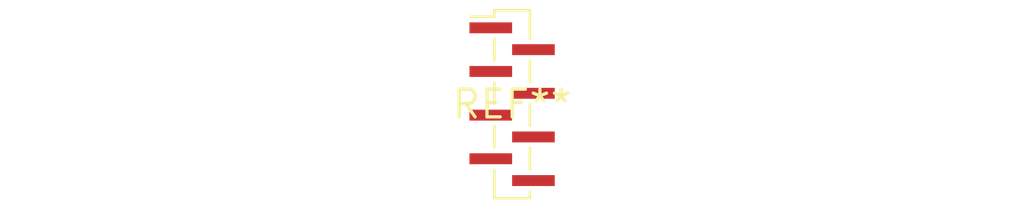
<source format=kicad_pcb>
(kicad_pcb (version 20240108) (generator pcbnew)
  (layers (0 "F.Cu" signal) (31 "B.Cu" signal) (34 "B.Paste" user) (35 "F.Paste" user) (36 "B.SilkS" user "B.Silkscreen") (37 "F.SilkS" user "F.Silkscreen") (38 "B.Mask" user) (39 "F.Mask" user) (44 "Edge.Cuts" user))
  (net 0 "")
  (footprint "PinSocket_1x08_P1.00mm_Vertical_SMD_Pin1Left" (layer "F.Cu") (at 0 0)
    (property "Reference" "REF**")
    (property "Value" "PinSocket_1x08_P1.00mm_Vertical_SMD_Pin1Left")
    (fp_line (start -1.89 -4.01) (end -0.81 -4.01) (layer "F.SilkS") (stroke (width 0.12)))
    (fp_line (start -0.81 -4.31) (end -0.81 -4.01) (layer "F.SilkS") (stroke (width 0.12)))
    (fp_line (start -0.81 -4.31) (end 0.81 -4.31) (layer "F.SilkS") (stroke (width 0.12)))
    (fp_line (start -0.81 -2.99) (end -0.81 -2.01) (layer "F.SilkS") (stroke (width 0.12)))
    (fp_line (start -0.81 -0.99) (end -0.81 -0.01) (layer "F.SilkS") (stroke (width 0.12)))
    (fp_line (start -0.81 1.01) (end -0.81 1.99) (layer "F.SilkS") (stroke (width 0.12)))
    (fp_line (start -0.81 3.01) (end -0.81 4.31) (layer "F.SilkS") (stroke (width 0.12)))
    (fp_line (start -0.81 4.31) (end 0.81 4.31) (layer "F.SilkS") (stroke (width 0.12)))
    (fp_line (start 0.81 -4.31) (end 0.81 -3.01) (layer "F.SilkS") (stroke (width 0.12)))
    (fp_line (start 0.81 -1.99) (end 0.81 -1.01) (layer "F.SilkS") (stroke (width 0.12)))
    (fp_line (start 0.81 0.01) (end 0.81 0.99) (layer "F.SilkS") (stroke (width 0.12)))
    (fp_line (start 0.81 2.01) (end 0.81 2.99) (layer "F.SilkS") (stroke (width 0.12)))
    (fp_line (start 0.81 4.01) (end 0.81 4.31) (layer "F.SilkS") (stroke (width 0.12)))
    (pad "1" smd rect (at -0.975 -3.5) (size 1.95 0.5) (layers "F.Cu" "F.Paste" "F.Mask"))
    (pad "2" smd rect (at 0.975 -2.5) (size 1.95 0.5) (layers "F.Cu" "F.Paste" "F.Mask"))
    (pad "3" smd rect (at -0.975 -1.5) (size 1.95 0.5) (layers "F.Cu" "F.Paste" "F.Mask"))
    (pad "4" smd rect (at 0.975 -0.5) (size 1.95 0.5) (layers "F.Cu" "F.Paste" "F.Mask"))
    (pad "5" smd rect (at -0.975 0.5) (size 1.95 0.5) (layers "F.Cu" "F.Paste" "F.Mask"))
    (pad "6" smd rect (at 0.975 1.5) (size 1.95 0.5) (layers "F.Cu" "F.Paste" "F.Mask"))
    (pad "7" smd rect (at -0.975 2.5) (size 1.95 0.5) (layers "F.Cu" "F.Paste" "F.Mask"))
    (pad "8" smd rect (at 0.975 3.5) (size 1.95 0.5) (layers "F.Cu" "F.Paste" "F.Mask"))
  )
)
</source>
